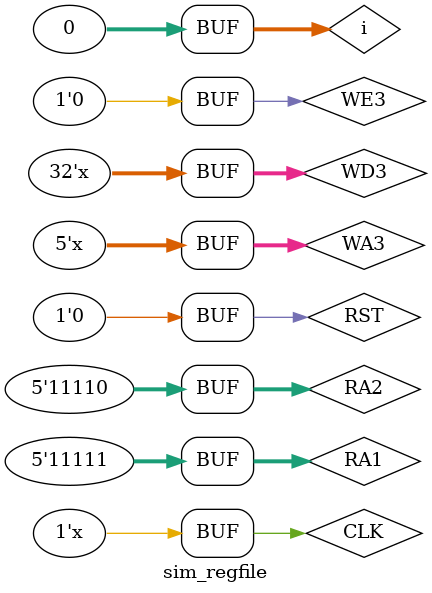
<source format=v>
`define DATA_WIDTH 32
module sim_regfile;
    parameter ADDR_SIZE=5;
    reg CLK,WE3;
    reg [ADDR_SIZE-1:0] RA1,RA2,WA3;
    reg [`DATA_WIDTH-1:0] WD3;
    wire [`DATA_WIDTH-1:0] RD1,RD2;
    reg RST;
    integer i=0;
    initial begin
        CLK=0;WE3=0;RA1=0;RA2=0;WA3=0;WD3=0;RST=0;
        WE3=1;
        repeat(2**5)#20 begin WA3=i;WD3=2*i;i=i+1;end
        WE3=0;i=0;
        repeat(2**4)#20 begin RA1=i;RA2=2*i;i=i+1;end
        RA1=0;RA2=0;
        RST=1;
        #5 RST=0;
        repeat(2**4)#20 begin RA1=i;RA2=2*i;i=i+1;end
    end
    always #10 CLK=~CLK;
    
    RegFile regfile(CLK,WE3,RA1,RA2,WA3,WD3,RD1,RD2,RST);
endmodule

</source>
